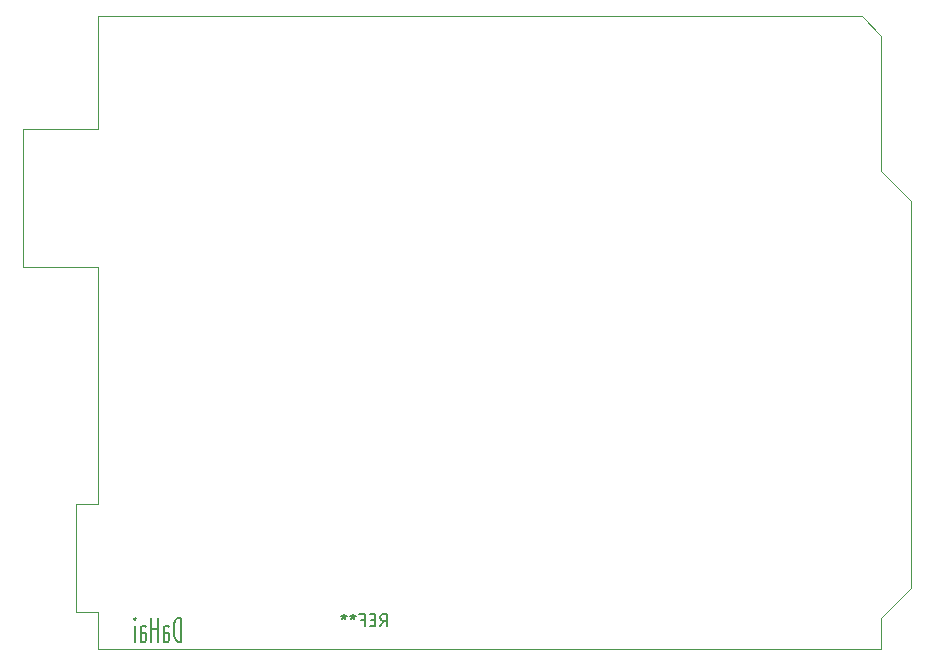
<source format=gbr>
%TF.GenerationSoftware,KiCad,Pcbnew,(5.1.9-0-10_14)*%
%TF.CreationDate,2021-08-16T13:27:39+08:00*%
%TF.ProjectId,arduino_oled_sonic,61726475-696e-46f5-9f6f-6c65645f736f,rev?*%
%TF.SameCoordinates,Original*%
%TF.FileFunction,Legend,Bot*%
%TF.FilePolarity,Positive*%
%FSLAX46Y46*%
G04 Gerber Fmt 4.6, Leading zero omitted, Abs format (unit mm)*
G04 Created by KiCad (PCBNEW (5.1.9-0-10_14)) date 2021-08-16 13:27:39*
%MOMM*%
%LPD*%
G01*
G04 APERTURE LIST*
%ADD10C,0.150000*%
%ADD11C,0.120000*%
G04 APERTURE END LIST*
D10*
X117926571Y-125769761D02*
X117926571Y-123769761D01*
X117688476Y-123769761D01*
X117545619Y-123865000D01*
X117450380Y-124055476D01*
X117402761Y-124245952D01*
X117355142Y-124626904D01*
X117355142Y-124912619D01*
X117402761Y-125293571D01*
X117450380Y-125484047D01*
X117545619Y-125674523D01*
X117688476Y-125769761D01*
X117926571Y-125769761D01*
X116498000Y-125769761D02*
X116498000Y-124722142D01*
X116545619Y-124531666D01*
X116640857Y-124436428D01*
X116831333Y-124436428D01*
X116926571Y-124531666D01*
X116498000Y-125674523D02*
X116593238Y-125769761D01*
X116831333Y-125769761D01*
X116926571Y-125674523D01*
X116974190Y-125484047D01*
X116974190Y-125293571D01*
X116926571Y-125103095D01*
X116831333Y-125007857D01*
X116593238Y-125007857D01*
X116498000Y-124912619D01*
X116021809Y-125769761D02*
X116021809Y-123769761D01*
X116021809Y-124722142D02*
X115450380Y-124722142D01*
X115450380Y-125769761D02*
X115450380Y-123769761D01*
X114545619Y-125769761D02*
X114545619Y-124722142D01*
X114593238Y-124531666D01*
X114688476Y-124436428D01*
X114878952Y-124436428D01*
X114974190Y-124531666D01*
X114545619Y-125674523D02*
X114640857Y-125769761D01*
X114878952Y-125769761D01*
X114974190Y-125674523D01*
X115021809Y-125484047D01*
X115021809Y-125293571D01*
X114974190Y-125103095D01*
X114878952Y-125007857D01*
X114640857Y-125007857D01*
X114545619Y-124912619D01*
X114069428Y-125769761D02*
X114069428Y-124436428D01*
X114069428Y-123769761D02*
X114117047Y-123865000D01*
X114069428Y-123960238D01*
X114021809Y-123865000D01*
X114069428Y-123769761D01*
X114069428Y-123960238D01*
D11*
%TO.C,REF\u002A\u002A*%
X179768000Y-88455000D02*
X179768000Y-121225000D01*
X179768000Y-121225000D02*
X177228000Y-123765000D01*
X177228000Y-123765000D02*
X177228000Y-126435000D01*
X177228000Y-126435000D02*
X110928000Y-126435000D01*
X110928000Y-126435000D02*
X110928000Y-123255000D01*
X110928000Y-123255000D02*
X109028000Y-123255000D01*
X109028000Y-123255000D02*
X109028000Y-114115000D01*
X109028000Y-114115000D02*
X110928000Y-114115000D01*
X110928000Y-114115000D02*
X110928000Y-94045000D01*
X110928000Y-94045000D02*
X104578000Y-94045000D01*
X104578000Y-94045000D02*
X104578000Y-82365000D01*
X104578000Y-82365000D02*
X110928000Y-82365000D01*
X110928000Y-82365000D02*
X110928000Y-72835000D01*
X110928000Y-72835000D02*
X175578000Y-72835000D01*
X175578000Y-72835000D02*
X177228000Y-74485000D01*
X177228000Y-74485000D02*
X177228000Y-85915000D01*
X177228000Y-85915000D02*
X179768000Y-88455000D01*
D10*
X134831333Y-124467380D02*
X135164666Y-123991190D01*
X135402761Y-124467380D02*
X135402761Y-123467380D01*
X135021809Y-123467380D01*
X134926571Y-123515000D01*
X134878952Y-123562619D01*
X134831333Y-123657857D01*
X134831333Y-123800714D01*
X134878952Y-123895952D01*
X134926571Y-123943571D01*
X135021809Y-123991190D01*
X135402761Y-123991190D01*
X134402761Y-123943571D02*
X134069428Y-123943571D01*
X133926571Y-124467380D02*
X134402761Y-124467380D01*
X134402761Y-123467380D01*
X133926571Y-123467380D01*
X133164666Y-123943571D02*
X133498000Y-123943571D01*
X133498000Y-124467380D02*
X133498000Y-123467380D01*
X133021809Y-123467380D01*
X132498000Y-123467380D02*
X132498000Y-123705476D01*
X132736095Y-123610238D02*
X132498000Y-123705476D01*
X132259904Y-123610238D01*
X132640857Y-123895952D02*
X132498000Y-123705476D01*
X132355142Y-123895952D01*
X131736095Y-123467380D02*
X131736095Y-123705476D01*
X131974190Y-123610238D02*
X131736095Y-123705476D01*
X131498000Y-123610238D01*
X131878952Y-123895952D02*
X131736095Y-123705476D01*
X131593238Y-123895952D01*
%TD*%
M02*

</source>
